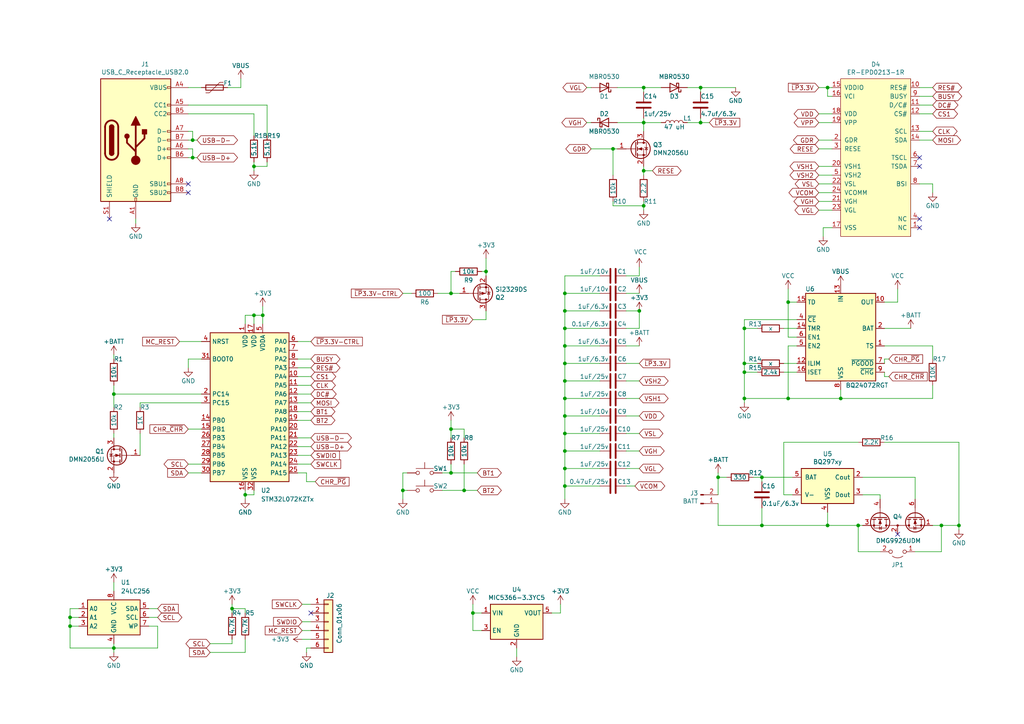
<source format=kicad_sch>
(kicad_sch (version 20211123) (generator eeschema)
  (paper "A4")
  (title_block (title "E-Paper Name Tag") (date "2022-04-17") (rev "C") (comment 1 "Jamal B. and Jake I."))
  (junction (at 130.81 137.16) (diameter 0.9144))
  (junction (at 273.05 152.4))
  (junction (at 163.83 130.81) (diameter 0.9144))
  (junction (at 248.92 152.4))
  (junction (at 203.2 35.56) (diameter 0.9144))
  (junction (at 220.98 152.4) (diameter 0.9144))
  (junction (at 203.2 25.4) (diameter 0.9144))
  (junction (at 220.98 138.43) (diameter 0.9144))
  (junction (at 163.83 115.57) (diameter 0.9144))
  (junction (at 137.16 177.8) (diameter 0.9144))
  (junction (at 240.03 25.4) (diameter 0.9144))
  (junction (at 130.81 85.09) (diameter 0.9144))
  (junction (at 33.02 114.3) (diameter 0.9144))
  (junction (at 185.42 90.17) (diameter 0.9144))
  (junction (at 163.83 95.25) (diameter 0.9144))
  (junction (at 20.32 181.61))
  (junction (at 163.83 110.49) (diameter 0.9144))
  (junction (at 186.69 25.4) (diameter 0.9144))
  (junction (at 163.83 85.09) (diameter 0.9144))
  (junction (at 163.83 90.17) (diameter 0.9144))
  (junction (at 215.9 107.95) (diameter 0.9144))
  (junction (at 116.84 142.24) (diameter 0.9144))
  (junction (at 228.6 87.63))
  (junction (at 55.88 45.72) (diameter 0.9144))
  (junction (at 240.03 152.4) (diameter 0.9144))
  (junction (at 130.81 124.46) (diameter 0.9144))
  (junction (at 163.83 140.97) (diameter 0.9144))
  (junction (at 208.28 138.43) (diameter 0.9144))
  (junction (at 55.88 40.64) (diameter 0.9144))
  (junction (at 20.32 179.07))
  (junction (at 163.83 120.65) (diameter 0.9144))
  (junction (at 186.69 59.69) (diameter 0.9144))
  (junction (at 163.83 125.73) (diameter 0.9144))
  (junction (at 67.31 176.53) (diameter 0.9144))
  (junction (at 177.8 43.18) (diameter 0.9144))
  (junction (at 163.83 105.41) (diameter 0.9144))
  (junction (at 73.66 91.44) (diameter 0.9144))
  (junction (at 76.2 91.44) (diameter 0.9144))
  (junction (at 228.6 115.57))
  (junction (at 134.62 142.24) (diameter 0.9144))
  (junction (at 163.83 135.89) (diameter 0.9144))
  (junction (at 186.69 35.56) (diameter 0.9144))
  (junction (at 215.9 95.25) (diameter 0.9144))
  (junction (at 215.9 105.41) (diameter 0.9144))
  (junction (at 163.83 100.33) (diameter 0.9144))
  (junction (at 215.9 115.57) (diameter 0.9144))
  (junction (at 140.97 78.74) (diameter 0.9144))
  (junction (at 71.12 143.51) (diameter 0.9144))
  (junction (at 243.84 115.57) (diameter 0.9144))
  (junction (at 73.66 48.26) (diameter 0.9144))
  (junction (at 33.02 187.96))
  (junction (at 278.13 152.4) (diameter 0.9144))
  (junction (at 186.69 49.53) (diameter 0.9144))
  (no_connect (at 266.7 63.5))
  (no_connect (at 90.17 177.8))
  (no_connect (at 31.75 63.5))
  (no_connect (at 260.35 154.94))
  (no_connect (at 266.7 66.04))
  (no_connect (at 54.61 55.88))
  (no_connect (at 266.7 45.72))
  (no_connect (at 54.61 53.34))
  (no_connect (at 266.7 48.26))
  (wire (pts (xy 20.32 176.53) (xy 22.86 176.53)))
  (wire (pts (xy 20.32 179.07) (xy 22.86 179.07)))
  (wire (pts (xy 248.92 152.4) (xy 250.19 152.4)))
  (wire (pts (xy 86.36 121.92) (xy 90.17 121.92)))
  (wire (pts (xy 86.36 134.62) (xy 90.17 134.62)))
  (wire (pts (xy 86.36 137.16) (xy 88.9 137.16)))
  (wire (pts (xy 55.88 38.1) (xy 55.88 40.64)))
  (wire (pts (xy 54.61 33.02) (xy 73.66 33.02)))
  (wire (pts (xy 270.51 104.14) (xy 270.51 100.33)))
  (wire (pts (xy 57.15 40.64) (xy 55.88 40.64)))
  (wire (pts (xy 266.7 40.64) (xy 270.51 40.64)))
  (wire (pts (xy 163.83 80.01) (xy 163.83 85.09)))
  (wire (pts (xy 45.72 181.61) (xy 45.72 187.96)))
  (wire (pts (xy 179.07 43.18) (xy 177.8 43.18)))
  (wire (pts (xy 128.27 142.24) (xy 134.62 142.24)))
  (wire (pts (xy 185.42 85.09) (xy 181.61 85.09)))
  (wire (pts (xy 186.69 49.53) (xy 189.23 49.53)))
  (wire (pts (xy 173.99 90.17) (xy 163.83 90.17)))
  (wire (pts (xy 181.61 80.01) (xy 185.42 80.01)))
  (wire (pts (xy 86.36 114.3) (xy 90.17 114.3)))
  (wire (pts (xy 71.12 91.44) (xy 73.66 91.44)))
  (wire (pts (xy 43.18 181.61) (xy 45.72 181.61)))
  (wire (pts (xy 140.97 78.74) (xy 139.7 78.74)))
  (wire (pts (xy 220.98 138.43) (xy 229.87 138.43)))
  (wire (pts (xy 173.99 80.01) (xy 163.83 80.01)))
  (wire (pts (xy 215.9 116.84) (xy 215.9 115.57)))
  (wire (pts (xy 270.51 25.4) (xy 266.7 25.4)))
  (wire (pts (xy 241.3 33.02) (xy 237.49 33.02)))
  (wire (pts (xy 270.51 115.57) (xy 243.84 115.57)))
  (wire (pts (xy 90.17 99.06) (xy 86.36 99.06)))
  (wire (pts (xy 208.28 146.05) (xy 208.28 152.4)))
  (wire (pts (xy 237.49 25.4) (xy 240.03 25.4)))
  (wire (pts (xy 43.18 179.07) (xy 45.72 179.07)))
  (wire (pts (xy 248.92 160.02) (xy 248.92 152.4)))
  (wire (pts (xy 163.83 125.73) (xy 163.83 130.81)))
  (wire (pts (xy 270.51 30.48) (xy 266.7 30.48)))
  (wire (pts (xy 173.99 105.41) (xy 163.83 105.41)))
  (wire (pts (xy 33.02 104.14) (xy 33.02 102.87)))
  (wire (pts (xy 163.83 90.17) (xy 163.83 95.25)))
  (wire (pts (xy 86.36 104.14) (xy 90.17 104.14)))
  (wire (pts (xy 186.69 25.4) (xy 186.69 26.67)))
  (wire (pts (xy 179.07 35.56) (xy 186.69 35.56)))
  (wire (pts (xy 33.02 114.3) (xy 33.02 111.76)))
  (wire (pts (xy 149.86 187.96) (xy 149.86 190.5)))
  (wire (pts (xy 137.16 175.26) (xy 137.16 177.8)))
  (wire (pts (xy 215.9 107.95) (xy 215.9 105.41)))
  (wire (pts (xy 173.99 115.57) (xy 163.83 115.57)))
  (wire (pts (xy 20.32 179.07) (xy 20.32 176.53)))
  (wire (pts (xy 270.51 111.76) (xy 270.51 115.57)))
  (wire (pts (xy 173.99 85.09) (xy 163.83 85.09)))
  (wire (pts (xy 278.13 153.67) (xy 278.13 152.4)))
  (wire (pts (xy 219.71 95.25) (xy 215.9 95.25)))
  (wire (pts (xy 255.27 160.02) (xy 248.92 160.02)))
  (wire (pts (xy 163.83 105.41) (xy 163.83 110.49)))
  (wire (pts (xy 163.83 100.33) (xy 163.83 105.41)))
  (wire (pts (xy 140.97 92.71) (xy 140.97 90.17)))
  (wire (pts (xy 130.81 78.74) (xy 130.81 85.09)))
  (wire (pts (xy 87.63 175.26) (xy 90.17 175.26)))
  (wire (pts (xy 130.81 134.62) (xy 130.81 137.16)))
  (wire (pts (xy 270.51 38.1) (xy 266.7 38.1)))
  (wire (pts (xy 270.51 53.34) (xy 266.7 53.34)))
  (wire (pts (xy 266.7 27.94) (xy 270.51 27.94)))
  (wire (pts (xy 88.9 139.7) (xy 91.44 139.7)))
  (wire (pts (xy 163.83 85.09) (xy 163.83 90.17)))
  (wire (pts (xy 58.42 137.16) (xy 54.61 137.16)))
  (wire (pts (xy 73.66 91.44) (xy 76.2 91.44)))
  (wire (pts (xy 264.16 95.25) (xy 256.54 95.25)))
  (wire (pts (xy 73.66 46.99) (xy 73.66 48.26)))
  (wire (pts (xy 73.66 48.26) (xy 73.66 49.53)))
  (wire (pts (xy 240.03 152.4) (xy 248.92 152.4)))
  (wire (pts (xy 90.17 119.38) (xy 86.36 119.38)))
  (wire (pts (xy 73.66 48.26) (xy 77.47 48.26)))
  (wire (pts (xy 77.47 48.26) (xy 77.47 46.99)))
  (wire (pts (xy 248.92 128.27) (xy 227.33 128.27)))
  (wire (pts (xy 130.81 85.09) (xy 133.35 85.09)))
  (wire (pts (xy 215.9 92.71) (xy 231.14 92.71)))
  (wire (pts (xy 118.11 142.24) (xy 116.84 142.24)))
  (wire (pts (xy 240.03 148.59) (xy 240.03 152.4)))
  (wire (pts (xy 219.71 107.95) (xy 215.9 107.95)))
  (wire (pts (xy 77.47 30.48) (xy 77.47 39.37)))
  (wire (pts (xy 179.07 25.4) (xy 186.69 25.4)))
  (wire (pts (xy 241.3 40.64) (xy 237.49 40.64)))
  (wire (pts (xy 227.33 128.27) (xy 227.33 143.51)))
  (wire (pts (xy 71.12 185.42) (xy 71.12 189.23)))
  (wire (pts (xy 260.35 83.82) (xy 260.35 87.63)))
  (wire (pts (xy 163.83 110.49) (xy 163.83 115.57)))
  (wire (pts (xy 40.64 125.73) (xy 40.64 132.08)))
  (wire (pts (xy 134.62 134.62) (xy 134.62 142.24)))
  (wire (pts (xy 66.04 25.4) (xy 69.85 25.4)))
  (wire (pts (xy 55.88 40.64) (xy 54.61 40.64)))
  (wire (pts (xy 265.43 138.43) (xy 250.19 138.43)))
  (wire (pts (xy 199.39 25.4) (xy 203.2 25.4)))
  (wire (pts (xy 87.63 185.42) (xy 90.17 185.42)))
  (wire (pts (xy 33.02 168.91) (xy 33.02 171.45)))
  (wire (pts (xy 73.66 93.98) (xy 73.66 91.44)))
  (wire (pts (xy 257.81 104.14) (xy 256.54 104.14)))
  (wire (pts (xy 227.33 105.41) (xy 231.14 105.41)))
  (wire (pts (xy 116.84 85.09) (xy 119.38 85.09)))
  (wire (pts (xy 220.98 139.7) (xy 220.98 138.43)))
  (wire (pts (xy 173.99 135.89) (xy 163.83 135.89)))
  (wire (pts (xy 137.16 182.88) (xy 137.16 177.8)))
  (wire (pts (xy 71.12 177.8) (xy 71.12 176.53)))
  (wire (pts (xy 20.32 187.96) (xy 20.32 181.61)))
  (wire (pts (xy 228.6 83.82) (xy 228.6 87.63)))
  (wire (pts (xy 55.88 43.18) (xy 55.88 45.72)))
  (wire (pts (xy 203.2 25.4) (xy 213.36 25.4)))
  (wire (pts (xy 90.17 132.08) (xy 86.36 132.08)))
  (wire (pts (xy 67.31 175.26) (xy 67.31 176.53)))
  (wire (pts (xy 173.99 120.65) (xy 163.83 120.65)))
  (wire (pts (xy 130.81 121.92) (xy 130.81 124.46)))
  (wire (pts (xy 177.8 59.69) (xy 177.8 58.42)))
  (wire (pts (xy 40.64 116.84) (xy 58.42 116.84)))
  (wire (pts (xy 45.72 187.96) (xy 33.02 187.96)))
  (wire (pts (xy 88.9 137.16) (xy 88.9 139.7)))
  (wire (pts (xy 228.6 100.33) (xy 231.14 100.33)))
  (wire (pts (xy 228.6 100.33) (xy 228.6 115.57)))
  (wire (pts (xy 241.3 58.42) (xy 237.49 58.42)))
  (wire (pts (xy 163.83 140.97) (xy 173.99 140.97)))
  (wire (pts (xy 71.12 144.78) (xy 71.12 143.51)))
  (wire (pts (xy 140.97 78.74) (xy 140.97 80.01)))
  (wire (pts (xy 163.83 144.78) (xy 163.83 140.97)))
  (wire (pts (xy 255.27 143.51) (xy 250.19 143.51)))
  (wire (pts (xy 278.13 152.4) (xy 278.13 128.27)))
  (wire (pts (xy 278.13 128.27) (xy 256.54 128.27)))
  (wire (pts (xy 116.84 142.24) (xy 116.84 137.16)))
  (wire (pts (xy 185.42 80.01) (xy 185.42 77.47)))
  (wire (pts (xy 241.3 66.04) (xy 238.76 66.04)))
  (wire (pts (xy 58.42 25.4) (xy 54.61 25.4)))
  (wire (pts (xy 39.37 63.5) (xy 39.37 64.77)))
  (wire (pts (xy 88.9 189.23) (xy 88.9 187.96)))
  (wire (pts (xy 163.83 115.57) (xy 163.83 120.65)))
  (wire (pts (xy 130.81 124.46) (xy 130.81 127)))
  (wire (pts (xy 265.43 160.02) (xy 273.05 160.02)))
  (wire (pts (xy 256.54 104.14) (xy 256.54 105.41)))
  (wire (pts (xy 33.02 187.96) (xy 20.32 187.96)))
  (wire (pts (xy 137.16 92.71) (xy 140.97 92.71)))
  (wire (pts (xy 241.3 53.34) (xy 237.49 53.34)))
  (wire (pts (xy 240.03 27.94) (xy 240.03 25.4)))
  (wire (pts (xy 69.85 22.86) (xy 69.85 25.4)))
  (wire (pts (xy 237.49 60.96) (xy 241.3 60.96)))
  (wire (pts (xy 186.69 59.69) (xy 186.69 60.96)))
  (wire (pts (xy 260.35 87.63) (xy 256.54 87.63)))
  (wire (pts (xy 86.36 111.76) (xy 90.17 111.76)))
  (wire (pts (xy 76.2 91.44) (xy 76.2 93.98)))
  (wire (pts (xy 90.17 127) (xy 86.36 127)))
  (wire (pts (xy 86.36 106.68) (xy 90.17 106.68)))
  (wire (pts (xy 40.64 118.11) (xy 40.64 116.84)))
  (wire (pts (xy 186.69 48.26) (xy 186.69 49.53)))
  (wire (pts (xy 186.69 35.56) (xy 186.69 38.1)))
  (wire (pts (xy 71.12 143.51) (xy 71.12 142.24)))
  (wire (pts (xy 138.43 142.24) (xy 134.62 142.24)))
  (wire (pts (xy 228.6 87.63) (xy 231.14 87.63)))
  (wire (pts (xy 173.99 130.81) (xy 163.83 130.81)))
  (wire (pts (xy 128.27 137.16) (xy 130.81 137.16)))
  (wire (pts (xy 237.49 55.88) (xy 241.3 55.88)))
  (wire (pts (xy 185.42 90.17) (xy 185.42 95.25)))
  (wire (pts (xy 256.54 107.95) (xy 256.54 109.22)))
  (wire (pts (xy 228.6 115.57) (xy 243.84 115.57)))
  (wire (pts (xy 215.9 115.57) (xy 215.9 107.95)))
  (wire (pts (xy 185.42 115.57) (xy 181.61 115.57)))
  (wire (pts (xy 186.69 35.56) (xy 186.69 34.29)))
  (wire (pts (xy 20.32 181.61) (xy 20.32 179.07)))
  (wire (pts (xy 228.6 87.63) (xy 228.6 97.79)))
  (wire (pts (xy 55.88 45.72) (xy 57.15 45.72)))
  (wire (pts (xy 270.51 152.4) (xy 273.05 152.4)))
  (wire (pts (xy 73.66 39.37) (xy 73.66 33.02)))
  (wire (pts (xy 134.62 124.46) (xy 134.62 127)))
  (wire (pts (xy 237.49 35.56) (xy 241.3 35.56)))
  (wire (pts (xy 33.02 118.11) (xy 33.02 114.3)))
  (wire (pts (xy 240.03 27.94) (xy 241.3 27.94)))
  (wire (pts (xy 185.42 120.65) (xy 181.61 120.65)))
  (wire (pts (xy 185.42 105.41) (xy 181.61 105.41)))
  (wire (pts (xy 67.31 176.53) (xy 67.31 177.8)))
  (wire (pts (xy 71.12 176.53) (xy 67.31 176.53)))
  (wire (pts (xy 237.49 43.18) (xy 241.3 43.18)))
  (wire (pts (xy 67.31 186.69) (xy 67.31 185.42)))
  (wire (pts (xy 54.61 30.48) (xy 77.47 30.48)))
  (wire (pts (xy 227.33 143.51) (xy 229.87 143.51)))
  (wire (pts (xy 54.61 43.18) (xy 55.88 43.18)))
  (wire (pts (xy 54.61 134.62) (xy 58.42 134.62)))
  (wire (pts (xy 76.2 88.9) (xy 76.2 91.44)))
  (wire (pts (xy 231.14 97.79) (xy 228.6 97.79)))
  (wire (pts (xy 273.05 152.4) (xy 278.13 152.4)))
  (wire (pts (xy 140.97 74.93) (xy 140.97 78.74)))
  (wire (pts (xy 215.9 95.25) (xy 215.9 92.71)))
  (wire (pts (xy 256.54 109.22) (xy 257.81 109.22)))
  (wire (pts (xy 163.83 120.65) (xy 163.83 125.73)))
  (wire (pts (xy 86.36 116.84) (xy 90.17 116.84)))
  (wire (pts (xy 171.45 43.18) (xy 177.8 43.18)))
  (wire (pts (xy 203.2 35.56) (xy 205.74 35.56)))
  (wire (pts (xy 173.99 100.33) (xy 163.83 100.33)))
  (wire (pts (xy 170.18 25.4) (xy 171.45 25.4)))
  (wire (pts (xy 127 85.09) (xy 130.81 85.09)))
  (wire (pts (xy 208.28 138.43) (xy 208.28 143.51)))
  (wire (pts (xy 138.43 137.16) (xy 130.81 137.16)))
  (wire (pts (xy 186.69 25.4) (xy 191.77 25.4)))
  (wire (pts (xy 215.9 115.57) (xy 228.6 115.57)))
  (wire (pts (xy 137.16 177.8) (xy 139.7 177.8)))
  (wire (pts (xy 86.36 109.22) (xy 90.17 109.22)))
  (wire (pts (xy 185.42 125.73) (xy 181.61 125.73)))
  (wire (pts (xy 227.33 95.25) (xy 231.14 95.25)))
  (wire (pts (xy 58.42 114.3) (xy 33.02 114.3)))
  (wire (pts (xy 73.66 142.24) (xy 73.66 143.51)))
  (wire (pts (xy 238.76 68.58) (xy 238.76 66.04)))
  (wire (pts (xy 173.99 95.25) (xy 163.83 95.25)))
  (wire (pts (xy 20.32 181.61) (xy 22.86 181.61)))
  (wire (pts (xy 33.02 189.23) (xy 33.02 187.96)))
  (wire (pts (xy 265.43 138.43) (xy 265.43 144.78)))
  (wire (pts (xy 54.61 104.14) (xy 54.61 106.68)))
  (wire (pts (xy 162.56 175.26) (xy 162.56 177.8)))
  (wire (pts (xy 163.83 130.81) (xy 163.83 135.89)))
  (wire (pts (xy 60.96 189.23) (xy 71.12 189.23)))
  (wire (pts (xy 87.63 182.88) (xy 90.17 182.88)))
  (wire (pts (xy 240.03 152.4) (xy 220.98 152.4)))
  (wire (pts (xy 219.71 105.41) (xy 215.9 105.41)))
  (wire (pts (xy 33.02 187.96) (xy 33.02 186.69)))
  (wire (pts (xy 171.45 35.56) (xy 170.18 35.56)))
  (wire (pts (xy 273.05 160.02) (xy 273.05 152.4)))
  (wire (pts (xy 163.83 95.25) (xy 163.83 100.33)))
  (wire (pts (xy 163.83 135.89) (xy 163.83 140.97)))
  (wire (pts (xy 181.61 140.97) (xy 184.15 140.97)))
  (wire (pts (xy 173.99 110.49) (xy 163.83 110.49)))
  (wire (pts (xy 208.28 137.16) (xy 208.28 138.43)))
  (wire (pts (xy 186.69 49.53) (xy 186.69 50.8)))
  (wire (pts (xy 185.42 135.89) (xy 181.61 135.89)))
  (wire (pts (xy 52.07 99.06) (xy 58.42 99.06)))
  (wire (pts (xy 237.49 50.8) (xy 241.3 50.8)))
  (wire (pts (xy 139.7 182.88) (xy 137.16 182.88)))
  (wire (pts (xy 132.08 78.74) (xy 130.81 78.74)))
  (wire (pts (xy 185.42 95.25) (xy 181.61 95.25)))
  (wire (pts (xy 60.96 186.69) (xy 67.31 186.69)))
  (wire (pts (xy 118.11 137.16) (xy 116.84 137.16)))
  (wire (pts (xy 266.7 33.02) (xy 270.51 33.02)))
  (wire (pts (xy 186.69 59.69) (xy 177.8 59.69)))
  (wire (pts (xy 58.42 104.14) (xy 54.61 104.14)))
  (wire (pts (xy 270.51 53.34) (xy 270.51 55.88)))
  (wire (pts (xy 210.82 138.43) (xy 208.28 138.43)))
  (wire (pts (xy 270.51 100.33) (xy 256.54 100.33)))
  (wire (pts (xy 203.2 34.29) (xy 203.2 35.56)))
  (wire (pts (xy 73.66 143.51) (xy 71.12 143.51)))
  (wire (pts (xy 54.61 38.1) (xy 55.88 38.1)))
  (wire (pts (xy 203.2 25.4) (xy 203.2 26.67)))
  (wire (pts (xy 186.69 58.42) (xy 186.69 59.69)))
  (wire (pts (xy 203.2 35.56) (xy 199.39 35.56)))
  (wire (pts (xy 231.14 107.95) (xy 227.33 107.95)))
  (wire (pts (xy 181.61 100.33) (xy 185.42 100.33)))
  (wire (pts (xy 240.03 25.4) (xy 241.3 25.4)))
  (wire (pts (xy 243.84 115.57) (xy 243.84 113.03)))
  (wire (pts (xy 54.61 124.46) (xy 58.42 124.46)))
  (wire (pts (xy 162.56 177.8) (xy 160.02 177.8)))
  (wire (pts (xy 191.77 35.56) (xy 186.69 35.56)))
  (wire (pts (xy 71.12 93.98) (xy 71.12 91.44)))
  (wire (pts (xy 90.17 129.54) (xy 86.36 129.54)))
  (wire (pts (xy 220.98 152.4) (xy 208.28 152.4)))
  (wire (pts (xy 33.02 125.73) (xy 33.02 127)))
  (wire (pts (xy 45.72 176.53) (xy 43.18 176.53)))
  (wire (pts (xy 173.99 125.73) (xy 163.83 125.73)))
  (wire (pts (xy 215.9 105.41) (xy 215.9 95.25)))
  (wire (pts (xy 88.9 187.96) (xy 90.17 187.96)))
  (wire (pts (xy 185.42 110.49) (xy 181.61 110.49)))
  (wire (pts (xy 177.8 43.18) (xy 177.8 50.8)))
  (wire (pts (xy 255.27 144.78) (xy 255.27 143.51)))
  (wire (pts (xy 218.44 138.43) (xy 220.98 138.43)))
  (wire (pts (xy 87.63 180.34) (xy 90.17 180.34)))
  (wire (pts (xy 220.98 147.32) (xy 220.98 152.4)))
  (wire (pts (xy 130.81 124.46) (xy 134.62 124.46)))
  (wire (pts (xy 241.3 48.26) (xy 237.49 48.26)))
  (wire (pts (xy 181.61 90.17) (xy 185.42 90.17)))
  (wire (pts (xy 185.42 130.81) (xy 181.61 130.81)))
  (wire (pts (xy 54.61 45.72) (xy 55.88 45.72)))
  (wire (pts (xy 116.84 144.78) (xy 116.84 142.24)))
  (global_label "DC#" (shape bidirectional) (at 90.17 114.3 0) (property "Intersheet References" "${INTERSHEET_REFS}" (effects hide)))
  (global_label "BUSY" (shape bidirectional) (at 270.51 27.94 0) (property "Intersheet References" "${INTERSHEET_REFS}" (effects hide)))
  (global_label "SWDIO" (shape input) (at 87.63 180.34 180) (property "Intersheet References" "${INTERSHEET_REFS}" (effects hide)))
  (global_label "VCOM" (shape bidirectional) (at 184.15 140.97 0) (property "Intersheet References" "${INTERSHEET_REFS}" (effects hide)))
  (global_label "VSH2" (shape bidirectional) (at 237.49 50.8 180) (property "Intersheet References" "${INTERSHEET_REFS}" (effects hide)))
  (global_label "VGL" (shape bidirectional) (at 237.49 60.96 180) (property "Intersheet References" "${INTERSHEET_REFS}" (effects hide)))
  (global_label "GDR" (shape bidirectional) (at 171.45 43.18 180) (property "Intersheet References" "${INTERSHEET_REFS}" (effects hide)))
  (global_label "RESE" (shape bidirectional) (at 189.23 49.53 0) (property "Intersheet References" "${INTERSHEET_REFS}" (effects hide)))
  (global_label "RES#" (shape bidirectional) (at 90.17 106.68 0) (property "Intersheet References" "${INTERSHEET_REFS}" (effects hide)))
  (global_label "VDD" (shape bidirectional) (at 237.49 33.02 180) (property "Intersheet References" "${INTERSHEET_REFS}" (effects hide)))
  (global_label "VGH" (shape bidirectional) (at 170.18 35.56 180) (property "Intersheet References" "${INTERSHEET_REFS}" (effects hide)))
  (global_label "VCOM" (shape bidirectional) (at 237.49 55.88 180) (property "Intersheet References" "${INTERSHEET_REFS}" (effects hide)))
  (global_label "SWDIO" (shape input) (at 90.17 132.08 0) (property "Intersheet References" "${INTERSHEET_REFS}" (effects hide)))
  (global_label "MC_REST" (shape input) (at 52.07 99.06 180) (property "Intersheet References" "${INTERSHEET_REFS}" (effects hide)))
  (global_label "BT1" (shape bidirectional) (at 90.17 119.38 0) (property "Intersheet References" "${INTERSHEET_REFS}" (effects hide)))
  (global_label "CHR_~{PG}" (shape input) (at 91.44 139.7 0) (property "Intersheet References" "${INTERSHEET_REFS}" (effects hide)))
  (global_label "CHR_~{CHR}" (shape input) (at 257.81 109.22 0) (property "Intersheet References" "${INTERSHEET_REFS}" (effects hide)))
  (global_label "SCL" (shape bidirectional) (at 60.96 186.69 180) (property "Intersheet References" "${INTERSHEET_REFS}" (effects hide)))
  (global_label "MOSI" (shape bidirectional) (at 270.51 40.64 0) (property "Intersheet References" "${INTERSHEET_REFS}" (effects hide)))
  (global_label "RES#" (shape bidirectional) (at 270.51 25.4 0) (property "Intersheet References" "${INTERSHEET_REFS}" (effects hide)))
  (global_label "SWCLK" (shape input) (at 87.63 175.26 180) (property "Intersheet References" "${INTERSHEET_REFS}" (effects hide)))
  (global_label "CLK" (shape bidirectional) (at 90.17 111.76 0) (property "Intersheet References" "${INTERSHEET_REFS}" (effects hide)))
  (global_label "VSH1" (shape bidirectional) (at 237.49 48.26 180) (property "Intersheet References" "${INTERSHEET_REFS}" (effects hide)))
  (global_label "BT1" (shape bidirectional) (at 138.43 137.16 0) (property "Intersheet References" "${INTERSHEET_REFS}" (effects hide)))
  (global_label "USB-D-" (shape bidirectional) (at 57.15 40.64 0) (property "Intersheet References" "${INTERSHEET_REFS}" (effects hide)))
  (global_label "~{LP}3.3V" (shape input) (at 137.16 92.71 180) (property "Intersheet References" "${INTERSHEET_REFS}" (effects hide)))
  (global_label "VDD" (shape bidirectional) (at 185.42 120.65 0) (property "Intersheet References" "${INTERSHEET_REFS}" (effects hide)))
  (global_label "VPP" (shape bidirectional) (at 237.49 35.56 180) (property "Intersheet References" "${INTERSHEET_REFS}" (effects hide)))
  (global_label "VSH2" (shape bidirectional) (at 185.42 110.49 0) (property "Intersheet References" "${INTERSHEET_REFS}" (effects hide)))
  (global_label "VSH1" (shape bidirectional) (at 185.42 115.57 0) (property "Intersheet References" "${INTERSHEET_REFS}" (effects hide)))
  (global_label "VGH" (shape bidirectional) (at 185.42 130.81 0) (property "Intersheet References" "${INTERSHEET_REFS}" (effects hide)))
  (global_label "GDR" (shape bidirectional) (at 237.49 40.64 180) (property "Intersheet References" "${INTERSHEET_REFS}" (effects hide)))
  (global_label "VGL" (shape bidirectional) (at 185.42 135.89 0) (property "Intersheet References" "${INTERSHEET_REFS}" (effects hide)))
  (global_label "RESE" (shape bidirectional) (at 237.49 43.18 180) (property "Intersheet References" "${INTERSHEET_REFS}" (effects hide)))
  (global_label "USB-D-" (shape bidirectional) (at 90.17 127 0) (property "Intersheet References" "${INTERSHEET_REFS}" (effects hide)))
  (global_label "USB-D+" (shape bidirectional) (at 57.15 45.72 0) (property "Intersheet References" "${INTERSHEET_REFS}" (effects hide)))
  (global_label "VGH" (shape bidirectional) (at 237.49 58.42 180) (property "Intersheet References" "${INTERSHEET_REFS}" (effects hide)))
  (global_label "~{LP}3.3V" (shape input) (at 185.42 105.41 0) (property "Intersheet References" "${INTERSHEET_REFS}" (effects hide)))
  (global_label "BUSY" (shape bidirectional) (at 90.17 104.14 0) (property "Intersheet References" "${INTERSHEET_REFS}" (effects hide)))
  (global_label "SCL" (shape bidirectional) (at 54.61 134.62 180) (property "Intersheet References" "${INTERSHEET_REFS}" (effects hide)))
  (global_label "CHR_~{CHR}" (shape input) (at 54.61 124.46 180) (property "Intersheet References" "${INTERSHEET_REFS}" (effects hide)))
  (global_label "USB-D+" (shape bidirectional) (at 90.17 129.54 0) (property "Intersheet References" "${INTERSHEET_REFS}" (effects hide)))
  (global_label "CLK" (shape bidirectional) (at 270.51 38.1 0) (property "Intersheet References" "${INTERSHEET_REFS}" (effects hide)))
  (global_label "~{LP}3.3V" (shape input) (at 237.49 25.4 180) (property "Intersheet References" "${INTERSHEET_REFS}" (effects hide)))
  (global_label "CS1" (shape bidirectional) (at 90.17 109.22 0) (property "Intersheet References" "${INTERSHEET_REFS}" (effects hide)))
  (global_label "~{LP}3.3V" (shape input) (at 205.74 35.56 0) (property "Intersheet References" "${INTERSHEET_REFS}" (effects hide)))
  (global_label "~{LP}3.3V-CTRL" (shape input) (at 90.17 99.06 0) (property "Intersheet References" "${INTERSHEET_REFS}" (effects hide)))
  (global_label "SDA" (shape input) (at 60.96 189.23 180) (property "Intersheet References" "${INTERSHEET_REFS}" (effects hide)))
  (global_label "DC#" (shape bidirectional) (at 270.51 30.48 0) (property "Intersheet References" "${INTERSHEET_REFS}" (effects hide)))
  (global_label "~{LP}3.3V-CTRL" (shape input) (at 116.84 85.09 180) (property "Intersheet References" "${INTERSHEET_REFS}" (effects hide)))
  (global_label "MOSI" (shape bidirectional) (at 90.17 116.84 0) (property "Intersheet References" "${INTERSHEET_REFS}" (effects hide)))
  (global_label "CS1" (shape bidirectional) (at 270.51 33.02 0) (property "Intersheet References" "${INTERSHEET_REFS}" (effects hide)))
  (global_label "CHR_~{PG}" (shape input) (at 257.81 104.14 0) (property "Intersheet References" "${INTERSHEET_REFS}" (effects hide)))
  (global_label "VSL" (shape bidirectional) (at 185.42 125.73 0) (property "Intersheet References" "${INTERSHEET_REFS}" (effects hide)))
  (global_label "VSL" (shape bidirectional) (at 237.49 53.34 180) (property "Intersheet References" "${INTERSHEET_REFS}" (effects hide)))
  (global_label "SDA" (shape input) (at 54.61 137.16 180) (property "Intersheet References" "${INTERSHEET_REFS}" (effects hide)))
  (global_label "BT2" (shape bidirectional) (at 138.43 142.24 0) (property "Intersheet References" "${INTERSHEET_REFS}" (effects hide)))
  (global_label "MC_REST" (shape input) (at 87.63 182.88 180) (property "Intersheet References" "${INTERSHEET_REFS}" (effects hide)))
  (global_label "BT2" (shape bidirectional) (at 90.17 121.92 0) (property "Intersheet References" "${INTERSHEET_REFS}" (effects hide)))
  (global_label "SCL" (shape bidirectional) (at 45.72 179.07 0) (property "Intersheet References" "${INTERSHEET_REFS}" (effects hide)))
  (global_label "SWCLK" (shape input) (at 90.17 134.62 0) (property "Intersheet References" "${INTERSHEET_REFS}" (effects hide)))
  (global_label "SDA" (shape input) (at 45.72 176.53 0) (property "Intersheet References" "${INTERSHEET_REFS}" (effects hide)))
  (global_label "VGL" (shape bidirectional) (at 170.18 25.4 180) (property "Intersheet References" "${INTERSHEET_REFS}" (effects hide)))
  (symbol (lib_id "PCB-Test-rescue:C-Device-PCB-Test-rescue") (at 186.69 30.48 0) (unit 1)
    (property "Reference" "C14" (at 186.69 27.94 0) (effects (justify left)))
    (property "Value" "1uf/25v" (at 186.69 33.02 0) (effects (justify left)))
    (property "Footprint" "Capacitor_SMD:C_0805_2012Metric_Pad1.18x1.45mm_HandSolder" (effects hide))
  )
  (symbol (lib_id "PCB-Test-rescue:C-Device-PCB-Test-rescue") (at 203.2 30.48 0) (unit 1)
    (property "Reference" "C15" (at 203.2 27.94 0) (effects (justify left)))
    (property "Value" "4.7uf/6.3v" (at 203.2 33.02 0) (effects (justify left)))
    (property "Footprint" "Capacitor_SMD:C_0805_2012Metric_Pad1.18x1.45mm_HandSolder" (effects hide))
  )
  (symbol (lib_id "PCB-Test-rescue:L-Device-PCB-Test-rescue") (at 195.58 35.56 90) (unit 1)
    (property "Reference" "L1" (at 199.39 34.29 90))
    (property "Value" "47 uH" (at 195.58 36.83 90))
    (property "Footprint" "Inductor_SMD:L_Taiyo-Yuden_NR-60xx_HandSoldering" (effects hide))
  )
  (symbol (lib_id "PCB-Test-rescue:R-Device-PCB-Test-rescue") (at 177.8 54.61 180) (unit 1)
    (property "Reference" "R10" (at 177.8 58.42 0) (effects (justify right)))
    (property "Value" "10k" (at 177.8 54.61 90))
    (property "Footprint" "Resistor_SMD:R_0805_2012Metric_Pad1.20x1.40mm_HandSolder" (effects hide))
  )
  (symbol (lib_id "PCB-Test-rescue:D_Schottky-Device-PCB-Test-rescue") (at 175.26 35.56 0) (unit 1)
    (property "Reference" "D2" (at 175.26 33.02 0))
    (property "Value" "MBR0530" (at 175.26 38.1 0))
    (property "Footprint" "Diode_SMD:D_SOD-123" (effects hide))
  )
  (symbol (lib_id "PCB-Test-rescue:D_Schottky-Device-PCB-Test-rescue") (at 175.26 25.4 180) (unit 1)
    (property "Reference" "D1" (at 175.26 27.94 0))
    (property "Value" "MBR0530" (at 175.26 22.225 0))
    (property "Footprint" "Diode_SMD:D_SOD-123" (effects hide))
  )
  (symbol (lib_id "PCB-Test-rescue:D_Schottky-Device-PCB-Test-rescue") (at 195.58 25.4 180) (unit 1)
    (property "Reference" "D3" (at 195.58 27.94 0))
    (property "Value" "MBR0530" (at 195.58 22.225 0))
    (property "Footprint" "Diode_SMD:D_SOD-123" (effects hide))
  )
  (symbol (lib_id "PCB-Test-rescue:R-Device-PCB-Test-rescue") (at 186.69 54.61 180) (unit 1)
    (property "Reference" "R11" (at 186.69 58.42 0) (effects (justify right)))
    (property "Value" "2.2" (at 186.69 54.61 90))
    (property "Footprint" "Resistor_SMD:R_0805_2012Metric_Pad1.20x1.40mm_HandSolder" (effects hide))
  )
  (symbol (lib_id "PCB-Test-rescue:GND-power-PCB-Test-rescue") (at 213.36 25.4 0) (unit 1)
    (property "Reference" "#PWR029" (effects hide))
    (property "Value" "GND" (at 213.36 29.21 0))
  )
  (symbol (lib_id "PCB-Test-rescue:GND-power-PCB-Test-rescue") (at 186.69 60.96 0) (unit 1)
    (property "Reference" "#PWR023" (effects hide))
    (property "Value" "GND" (at 186.69 64.77 0))
  )
  (symbol (lib_id "PCB-Test-rescue:SW_Push-Switch-PCB-Test-rescue") (at 123.19 137.16 0) (unit 1)
    (property "Reference" "SW1" (at 125.73 135.89 0) (effects (justify left)))
    (property "Value" "SW_Push" (effects hide))
    (property "Footprint" "Button_Switch_THT:SW_Tactile_SPST_Angled_PTS645Vx83-2LFS" (effects hide))
  )
  (symbol (lib_id "PCB-Test-rescue:R-Device-PCB-Test-rescue") (at 130.81 130.81 0) (unit 1)
    (property "Reference" "R7" (at 130.81 127 0) (effects (justify left)))
    (property "Value" "10k" (at 130.81 130.81 90))
    (property "Footprint" "Resistor_SMD:R_0805_2012Metric_Pad1.20x1.40mm_HandSolder" (effects hide))
  )
  (symbol (lib_id "PCB-Test-rescue:GND-power-PCB-Test-rescue") (at 163.83 144.78 0) (unit 1)
    (property "Reference" "#PWR021" (effects hide))
    (property "Value" "GND" (at 163.83 148.59 0))
  )
  (symbol (lib_id "PCB-Test-rescue:Q_PMOS_GSD-Device-PCB-Test-rescue") (at 138.43 85.09 0) (mirror x) (unit 1)
    (property "Reference" "Q2" (at 143.637 86.2584 0) (effects (justify left)))
    (property "Value" "Si2329DS" (at 143.637 83.947 0) (effects (justify left)))
    (property "Footprint" "Package_TO_SOT_SMD:SOT-23" (effects hide))
  )
  (symbol (lib_id "PCB-Test-rescue:SW_Push-Switch-PCB-Test-rescue") (at 123.19 142.24 0) (unit 1)
    (property "Reference" "SW2" (at 125.73 140.97 0) (effects (justify left)))
    (property "Value" "SW_Push" (effects hide))
    (property "Footprint" "Button_Switch_THT:SW_Tactile_SPST_Angled_PTS645Vx83-2LFS" (effects hide))
  )
  (symbol (lib_id "PCB-Test-rescue:GND-power-PCB-Test-rescue") (at 116.84 144.78 0) (unit 1)
    (property "Reference" "#PWR016" (effects hide))
    (property "Value" "GND" (at 116.84 148.59 0))
  )
  (symbol (lib_id "PCB-Test-rescue:R-Device-PCB-Test-rescue") (at 134.62 130.81 0) (unit 1)
    (property "Reference" "R8" (at 134.62 127 0) (effects (justify left)))
    (property "Value" "10k" (at 134.62 130.81 90))
    (property "Footprint" "Resistor_SMD:R_0805_2012Metric_Pad1.20x1.40mm_HandSolder" (effects hide))
  )
  (symbol (lib_id "PCB-Test-rescue:Conn_01x06-Connector_Generic-PCB-Test-rescue") (at 95.25 180.34 0) (unit 1)
    (property "Reference" "J2" (at 94.615 172.72 0) (effects (justify left)))
    (property "Value" "Conn_01x06" (at 98.425 186.69 90) (effects (justify left)))
    (property "Footprint" "Connector:Tag-Connect_TC2030-IDC-NL_2x03_P1.27mm_Vertical" (effects hide))
  )
  (symbol (lib_id "PCB-Test-rescue:GND-power-PCB-Test-rescue") (at 88.9 189.23 0) (unit 1)
    (property "Reference" "#PWR014" (effects hide))
    (property "Value" "GND" (at 88.9 193.04 0))
  )
  (symbol (lib_id "PCB-Test-rescue:R-Device-PCB-Test-rescue") (at 135.89 78.74 90) (unit 1)
    (property "Reference" "R9" (at 135.89 81.28 90))
    (property "Value" "10k" (at 135.89 78.74 90))
    (property "Footprint" "Resistor_SMD:R_0805_2012Metric_Pad1.20x1.40mm_HandSolder" (effects hide))
  )
  (symbol (lib_id "PCB-Test-rescue:R-Device-PCB-Test-rescue") (at 123.19 85.09 90) (unit 1)
    (property "Reference" "R6" (at 123.19 87.63 90))
    (property "Value" "100" (at 123.19 85.09 90))
    (property "Footprint" "Resistor_SMD:R_0805_2012Metric_Pad1.20x1.40mm_HandSolder" (effects hide))
  )
  (symbol (lib_id "PCB-Test-rescue:GND-power-PCB-Test-rescue") (at 71.12 144.78 0) (unit 1)
    (property "Reference" "#PWR09" (effects hide))
    (property "Value" "GND" (at 71.12 148.59 0))
  )
  (symbol (lib_id "PCB-Test-rescue:USB_C_Receptacle_USB2.0-Connector-PCB-Test-rescue") (at 39.37 40.64 0) (unit 1)
    (property "Reference" "J1" (at 42.0878 18.6182 0))
    (property "Value" "USB_C_Receptacle_USB2.0" (at 42.0878 20.9296 0))
    (property "Footprint" "Connector_USB:USB_C_Receptacle_GCT_USB4085" (effects hide))
    (property "Datasheet" "https://www.usb.org/sites/default/files/documents/usb_type-c.zip" (effects hide))
  )
  (symbol (lib_id "PCB-Test-rescue:+3.3V-power-PCB-Test-rescue") (at 140.97 74.93 0) (unit 1)
    (property "Reference" "#PWR018" (effects hide))
    (property "Value" "+3.3V" (at 140.97 71.12 0))
  )
  (symbol (lib_id "PCB-Test-rescue:VBUS-power-PCB-Test-rescue") (at 69.85 22.86 0) (unit 1)
    (property "Reference" "#PWR07" (effects hide))
    (property "Value" "VBUS" (at 69.85 19.05 0))
  )
  (symbol (lib_id "PCB-Test-rescue:GND-power-PCB-Test-rescue") (at 54.61 106.68 0) (unit 1)
    (property "Reference" "#PWR06" (effects hide))
    (property "Value" "GND" (at 54.61 110.49 0))
  )
  (symbol (lib_id "PCB-Test-rescue:VBUS-power-PCB-Test-rescue") (at 185.42 85.09 0) (unit 1)
    (property "Reference" "#PWR025" (effects hide))
    (property "Value" "VBUS" (at 185.42 81.28 0))
  )
  (symbol (lib_id "PCB-Test-rescue:DMN2056U-Transistor_FET-PCB-Test-rescue") (at 35.56 132.08 0) (mirror y) (unit 1)
    (property "Reference" "Q1" (at 30.353 130.9116 0) (effects (justify left)))
    (property "Value" "DMN2056U" (at 30.353 133.223 0) (effects (justify left)))
    (property "Footprint" "Package_TO_SOT_SMD:SOT-23" (effects hide))
    (property "Datasheet" "http://www.diodes.com/assets/Datasheets/DMN2056U.pdf" (effects hide))
  )
  (symbol (lib_id "PCB-Test-rescue:ER-EPD0213-1R-ProjectLibrary-PCB-Test-rescue") (at 254 45.72 0) (unit 1)
    (property "Reference" "D4" (at 254 18.669 0))
    (property "Value" "ER-EPD0213-1R" (at 254 20.9804 0))
    (property "Footprint" "Custom:TE_2-1734839-4_1x24-1MP_P0.5mm_Horizontal-EINK" (effects hide))
    (property "Datasheet" "https://www.buydisplay.com/download/manual/ER-EPD0213-1_Datasheet.pdf" (effects hide))
  )
  (symbol (lib_id "PCB-Test-rescue:DMG9926UDM-Git_Add_Transistor_Fet-PCB-Test-rescue-PCB-Test-rescue") (at 260.35 152.4 270) (unit 1)
    (property "Reference" "Q4" (at 260.35 149.86 90))
    (property "Value" "DMG9926UDM" (at 254 156.845 90) (effects (justify left)))
    (property "Footprint" "Package_TO_SOT_SMD:SOT-23-6" (effects hide))
    (property "Datasheet" "https://www.diodes.com/assets/Datasheets/ds31770.pdf" (effects hide))
  )
  (symbol (lib_id "PCB-Test-rescue:DMN2056U-Transistor_FET-PCB-Test-rescue") (at 184.15 43.18 0) (unit 1)
    (property "Reference" "Q3" (at 189.357 42.0116 0) (effects (justify left)))
    (property "Value" "DMN2056U" (at 189.357 44.323 0) (effects (justify left)))
    (property "Footprint" "Package_TO_SOT_SMD:SOT-23" (effects hide))
    (property "Datasheet" "http://www.diodes.com/assets/Datasheets/DMN2056U.pdf" (effects hide))
  )
  (symbol (lib_id "PCB-Test-rescue:R-Device-PCB-Test-rescue") (at 67.31 181.61 0) (unit 1)
    (property "Reference" "R4" (at 67.31 177.8 0) (effects (justify left)))
    (property "Value" "4.7K" (at 67.31 181.61 90))
    (property "Footprint" "Resistor_SMD:R_0805_2012Metric_Pad1.20x1.40mm_HandSolder" (effects hide))
  )
  (symbol (lib_id "PCB-Test-rescue:+3.3V-power-PCB-Test-rescue") (at 33.02 168.91 0) (unit 1)
    (property "Reference" "#PWR01" (effects hide))
    (property "Value" "+3.3V" (at 33.02 165.1 0))
  )
  (symbol (lib_id "PCB-Test-rescue:+3.3V-power-PCB-Test-rescue") (at 87.63 185.42 90) (unit 1)
    (property "Reference" "#PWR013" (effects hide))
    (property "Value" "+3.3V" (at 81.28 185.42 90))
  )
  (symbol (lib_id "PCB-Test-rescue:+3.3V-power-PCB-Test-rescue") (at 76.2 88.9 0) (unit 1)
    (property "Reference" "#PWR010" (effects hide))
    (property "Value" "+3.3V" (at 76.2 85.09 0))
  )
  (symbol (lib_id "PCB-Test-rescue:+3.3V-power-PCB-Test-rescue") (at 130.81 121.92 0) (unit 1)
    (property "Reference" "#PWR017" (effects hide))
    (property "Value" "+3.3V" (at 130.81 118.11 0))
  )
  (symbol (lib_id "PCB-Test-rescue:+3.3V-power-PCB-Test-rescue") (at 67.31 175.26 0) (unit 1)
    (property "Reference" "#PWR08" (effects hide))
    (property "Value" "+3.3V" (at 67.31 171.45 0))
  )
  (symbol (lib_id "PCB-Test-rescue:+BATT-power-PCB-Test-rescue") (at 185.42 100.33 0) (unit 1)
    (property "Reference" "#PWR027" (effects hide))
    (property "Value" "+BATT" (at 185.42 96.52 0))
  )
  (symbol (lib_id "PCB-Test-rescue:R-Device-PCB-Test-rescue") (at 223.52 107.95 270) (unit 1)
    (property "Reference" "R15" (at 220.98 106.68 90) (effects (justify right)))
    (property "Value" "2.4k" (at 223.52 107.95 90))
    (property "Footprint" "Resistor_SMD:R_0805_2012Metric_Pad1.20x1.40mm_HandSolder" (effects hide))
  )
  (symbol (lib_id "PCB-Test-rescue:R-Device-PCB-Test-rescue") (at 223.52 105.41 270) (unit 1)
    (property "Reference" "R14" (at 220.98 104.14 90) (effects (justify right)))
    (property "Value" "x" (at 223.52 105.41 90))
    (property "Footprint" "Resistor_SMD:R_0805_2012Metric_Pad1.20x1.40mm_HandSolder" (effects hide))
  )
  (symbol (lib_id "PCB-Test-rescue:BQ24072RGT-Battery_Management-PCB-Test-rescue") (at 243.84 97.79 0) (unit 1)
    (property "Reference" "U6" (at 234.95 83.82 0))
    (property "Value" "BQ24072RGT" (at 251.46 111.76 0))
    (property "Footprint" "Package_DFN_QFN:VQFN-16-1EP_3x3mm_P0.5mm_EP1.6x1.6mm" (effects hide))
    (property "Datasheet" "http://www.ti.com/lit/ds/symlink/bq24072.pdf" (effects hide))
  )
  (symbol (lib_id "PCB-Test-rescue:VCC-power-PCB-Test-rescue") (at 260.35 83.82 0) (unit 1)
    (property "Reference" "#PWR034" (effects hide))
    (property "Value" "VCC" (at 260.35 80.01 0))
  )
  (symbol (lib_id "PCB-Test-rescue:R-Device-PCB-Test-rescue") (at 270.51 107.95 0) (unit 1)
    (property "Reference" "R17" (at 270.51 104.14 0) (effects (justify left)))
    (property "Value" "10K" (at 270.51 107.95 90))
    (property "Footprint" "Resistor_SMD:R_0805_2012Metric_Pad1.20x1.40mm_HandSolder" (effects hide))
  )
  (symbol (lib_id "PCB-Test-rescue:R-Device-PCB-Test-rescue") (at 71.12 181.61 0) (unit 1)
    (property "Reference" "R5" (at 71.12 177.8 0) (effects (justify left)))
    (property "Value" "4.7K" (at 71.12 181.61 90))
    (property "Footprint" "Resistor_SMD:R_0805_2012Metric_Pad1.20x1.40mm_HandSolder" (effects hide))
  )
  (symbol (lib_id "PCB-Test-rescue:Conn_01x02_Male-Connector-PCB-Test-rescue") (at 203.2 146.05 0) (mirror x) (unit 1)
    (property "Reference" "J3" (at 202.5142 143.0528 0) (effects (justify right)))
    (property "Value" "BATT" (at 202.5142 145.3642 0) (effects (justify right)))
    (property "Footprint" "Connector_JST:JST_PH_B2B-PH-SM4-TB_1x02-1MP_P2.00mm_Vertical" (effects hide))
  )
  (symbol (lib_id "PCB-Test-rescue:+BATT-power-PCB-Test-rescue") (at 264.16 95.25 0) (unit 1)
    (property "Reference" "#PWR035" (effects hide))
    (property "Value" "+BATT" (at 264.16 91.44 0))
  )
  (symbol (lib_id "PCB-Test-rescue:VBUS-power-PCB-Test-rescue") (at 243.84 82.55 0) (unit 1)
    (property "Reference" "#PWR033" (effects hide))
    (property "Value" "VBUS" (at 243.84 78.74 0))
  )
  (symbol (lib_id "PCB-Test-rescue:+BATT-power-PCB-Test-rescue") (at 208.28 137.16 0) (unit 1)
    (property "Reference" "#PWR028" (effects hide))
    (property "Value" "+BATT" (at 208.28 133.35 0))
  )
  (symbol (lib_id "PCB-Test-rescue:R-Device-PCB-Test-rescue") (at 223.52 95.25 90) (unit 1)
    (property "Reference" "R13" (at 220.98 93.98 90) (effects (justify left)))
    (property "Value" "x" (at 223.52 95.25 90))
    (property "Footprint" "Resistor_SMD:R_0805_2012Metric_Pad1.20x1.40mm_HandSolder" (effects hide))
  )
  (symbol (lib_id "PCB-Test-rescue:GND-power-PCB-Test-rescue") (at 39.37 64.77 0) (unit 1)
    (property "Reference" "#PWR05" (effects hide))
    (property "Value" "GND" (at 39.37 68.58 0))
  )
  (symbol (lib_id "PCB-Test-rescue:GND-power-PCB-Test-rescue") (at 215.9 116.84 0) (unit 1)
    (property "Reference" "#PWR030" (effects hide))
    (property "Value" "GND" (at 215.9 120.65 0))
  )
  (symbol (lib_id "PCB-Test-rescue:VCC-power-PCB-Test-rescue") (at 228.6 83.82 0) (unit 1)
    (property "Reference" "#PWR031" (effects hide))
    (property "Value" "VCC" (at 228.6 80.01 0))
  )
  (symbol (lib_id "PCB-Test-rescue:MIC5366-3.3YC5-Regulator_Linear-PCB-Test-rescue") (at 149.86 180.34 0) (unit 1)
    (property "Reference" "U4" (at 149.86 171.0182 0))
    (property "Value" "MIC5366-3.3YC5" (at 149.86 173.3296 0))
    (property "Footprint" "Package_TO_SOT_SMD:SOT-353_SC-70-5" (effects hide))
    (property "Datasheet" "http://ww1.microchip.com/downloads/en/DeviceDoc/mic5365.pdf" (effects hide))
  )
  (symbol (lib_id "PCB-Test-rescue:GND-power-PCB-Test-rescue") (at 238.76 68.58 0) (unit 1)
    (property "Reference" "#PWR032" (effects hide))
    (property "Value" "GND" (at 238.76 72.39 0))
  )
  (symbol (lib_id "PCB-Test-rescue:GND-power-PCB-Test-rescue") (at 149.86 190.5 0) (unit 1)
    (property "Reference" "#PWR020" (effects hide))
    (property "Value" "GND" (at 149.86 194.31 0))
  )
  (symbol (lib_id "PCB-Test-rescue:+3.3V-power-PCB-Test-rescue") (at 162.56 175.26 0) (unit 1)
    (property "Reference" "#PWR022" (effects hide))
    (property "Value" "+3.3V" (at 162.56 171.45 0))
  )
  (symbol (lib_id "PCB-Test-rescue:GND-power-PCB-Test-rescue") (at 270.51 55.88 0) (unit 1)
    (property "Reference" "#PWR036" (effects hide))
    (property "Value" "GND" (at 270.51 59.69 0))
  )
  (symbol (lib_id "PCB-Test-rescue:C-Device-PCB-Test-rescue") (at 177.8 85.09 270) (unit 1)
    (property "Reference" "C2" (at 179.07 83.82 90) (effects (justify left)))
    (property "Value" "1uF/10v" (at 176.53 83.82 90) (effects (justify right)))
    (property "Footprint" "Capacitor_SMD:C_0805_2012Metric_Pad1.18x1.45mm_HandSolder" (effects hide))
  )
  (symbol (lib_id "PCB-Test-rescue:BQ297xy-Battery_Management-PCB-Test-rescue") (at 240.03 140.97 0) (unit 1)
    (property "Reference" "U5" (at 240.03 131.6482 0))
    (property "Value" "BQ297xy" (at 240.03 133.9596 0))
    (property "Footprint" "Package_SON:WSON-6_1.5x1.5mm_P0.5mm" (effects hide))
    (property "Datasheet" "http://www.ti.com/lit/ds/symlink/bq2970.pdf" (effects hide))
  )
  (symbol (lib_id "PCB-Test-rescue:+3.3V-power-PCB-Test-rescue") (at 185.42 90.17 0) (unit 1)
    (property "Reference" "#PWR026" (effects hide))
    (property "Value" "+3.3V" (at 185.42 86.36 0))
  )
  (symbol (lib_id "PCB-Test-rescue:R-Device-PCB-Test-rescue") (at 214.63 138.43 270) (unit 1)
    (property "Reference" "R12" (at 217.17 137.16 90) (effects (justify left)))
    (property "Value" "330" (at 214.63 138.43 90))
    (property "Footprint" "Resistor_SMD:R_0805_2012Metric_Pad1.20x1.40mm_HandSolder" (effects hide))
  )
  (symbol (lib_id "PCB-Test-rescue:C-Device-PCB-Test-rescue") (at 220.98 143.51 0) (unit 1)
    (property "Reference" "C16" (at 220.98 140.97 0) (effects (justify left)))
    (property "Value" "0.1uF/6.3v" (at 220.98 146.05 0) (effects (justify left)))
    (property "Footprint" "Capacitor_SMD:C_0805_2012Metric_Pad1.18x1.45mm_HandSolder" (effects hide))
  )
  (symbol (lib_id "PCB-Test-rescue:R-Device-PCB-Test-rescue") (at 252.73 128.27 270) (unit 1)
    (property "Reference" "R16" (at 255.27 127 90) (effects (justify left)))
    (property "Value" "2.2K" (at 252.73 128.27 90))
    (property "Footprint" "Resistor_SMD:R_0805_2012Metric_Pad1.20x1.40mm_HandSolder" (effects hide))
  )
  (symbol (lib_id "PCB-Test-rescue:GND-power-PCB-Test-rescue") (at 278.13 153.67 0) (unit 1)
    (property "Reference" "#PWR037" (effects hide))
    (property "Value" "GND" (at 278.13 157.48 0))
  )
  (symbol (lib_id "PCB-Test-rescue:+BATT-power-PCB-Test-rescue") (at 33.02 102.87 0) (unit 1)
    (property "Reference" "#PWR03" (effects hide))
    (property "Value" "+BATT" (at 33.02 99.06 0))
  )
  (symbol (lib_id "PCB-Test-rescue:R-Device-PCB-Test-rescue") (at 33.02 107.95 180) (unit 1)
    (property "Reference" "R1" (at 33.02 104.14 0) (effects (justify right)))
    (property "Value" "10k" (at 33.02 107.95 90))
    (property "Footprint" "Resistor_SMD:R_0805_2012Metric_Pad1.20x1.40mm_HandSolder" (effects hide))
  )
  (symbol (lib_id "PCB-Test-rescue:R-Device-PCB-Test-rescue") (at 33.02 121.92 180) (unit 1)
    (property "Reference" "R2" (at 34.29 118.11 0))
    (property "Value" "10k" (at 33.02 121.92 90))
    (property "Footprint" "Resistor_SMD:R_0805_2012Metric_Pad1.20x1.40mm_HandSolder" (effects hide))
  )
  (symbol (lib_id "PCB-Test-rescue:VCC-power-PCB-Test-rescue") (at 137.16 175.26 0) (unit 1)
    (property "Reference" "#PWR019" (effects hide))
    (property "Value" "VCC" (at 137.16 171.45 0))
  )
  (symbol (lib_id "PCB-Test-rescue:VCC-power-PCB-Test-rescue") (at 185.42 77.47 0) (unit 1)
    (property "Reference" "#PWR024" (effects hide))
    (property "Value" "VCC" (at 185.801 73.0758 0))
  )
  (symbol (lib_id "PCB-Test-rescue:C-Device-PCB-Test-rescue") (at 177.8 80.01 270) (unit 1)
    (property "Reference" "C1" (at 179.07 78.74 90) (effects (justify left)))
    (property "Value" "1uF/10v" (at 176.53 78.74 90) (effects (justify right)))
    (property "Footprint" "Capacitor_SMD:C_0805_2012Metric_Pad1.18x1.45mm_HandSolder" (effects hide))
  )
  (symbol (lib_id "PCB-Test-rescue:GND-power-PCB-Test-rescue") (at 33.02 137.16 0) (unit 1)
    (property "Reference" "#PWR04" (effects hide))
    (property "Value" "GND" (at 33.02 140.97 0))
  )
  (symbol (lib_id "PCB-Test-rescue:R-Device-PCB-Test-rescue") (at 40.64 121.92 0) (unit 1)
    (property "Reference" "R3" (at 40.64 118.11 0) (effects (justify left)))
    (property "Value" "1K" (at 40.64 121.92 90))
    (property "Footprint" "Resistor_SMD:R_0805_2012Metric_Pad1.20x1.40mm_HandSolder" (effects hide))
  )
  (symbol (lib_id "PCB-Test-rescue:C-Device-PCB-Test-rescue") (at 177.8 90.17 270) (unit 1)
    (property "Reference" "C3" (at 179.07 88.9 90) (effects (justify left)))
    (property "Value" "1uF/6.3v" (at 176.53 88.9 90) (effects (justify right)))
    (property "Footprint" "Capacitor_SMD:C_0805_2012Metric_Pad1.18x1.45mm_HandSolder" (effects hide))
  )
  (symbol (lib_id "PCB-Test-rescue:C-Device-PCB-Test-rescue") (at 177.8 95.25 270) (unit 1)
    (property "Reference" "C4" (at 179.07 93.98 90) (effects (justify left)))
    (property "Value" "0.1uF/6.3v" (at 176.53 93.98 90) (effects (justify right)))
    (property "Footprint" "Capacitor_SMD:C_0805_2012Metric_Pad1.18x1.45mm_HandSolder" (effects hide))
  )
  (symbol (lib_id "PCB-Test-rescue:C-Device-PCB-Test-rescue") (at 177.8 100.33 270) (unit 1)
    (property "Reference" "C5" (at 179.07 99.06 90) (effects (justify left)))
    (property "Value" "1uF/6.3v" (at 176.53 99.06 90) (effects (justify right)))
    (property "Footprint" "Capacitor_SMD:C_0805_2012Metric_Pad1.18x1.45mm_HandSolder" (effects hide))
  )
  (symbol (lib_id "PCB-Test-rescue:C-Device-PCB-Test-rescue") (at 177.8 105.41 270) (unit 1)
    (property "Reference" "C6" (at 179.07 104.14 90) (effects (justify left)))
    (property "Value" "1uF/6.3v" (at 176.53 104.14 90) (effects (justify right)))
    (property "Footprint" "Capacitor_SMD:C_0805_2012Metric_Pad1.18x1.45mm_HandSolder" (effects hide))
  )
  (symbol (lib_id "PCB-Test-rescue:C-Device-PCB-Test-rescue") (at 177.8 110.49 270) (unit 1)
    (property "Reference" "C7" (at 179.07 109.22 90) (effects (justify left)))
    (property "Value" "1uF/25v" (at 176.53 109.22 90) (effects (justify right)))
    (property "Footprint" "Capacitor_SMD:C_0805_2012Metric_Pad1.18x1.45mm_HandSolder" (effects hide))
  )
  (symbol (lib_id "PCB-Test-rescue:C-Device-PCB-Test-rescue") (at 177.8 120.65 270) (unit 1)
    (property "Reference" "C9" (at 179.07 119.38 90) (effects (justify left)))
    (property "Value" "1uF/10v" (at 176.53 119.38 90) (effects (justify right)))
    (property "Footprint" "Capacitor_SMD:C_0805_2012Metric_Pad1.18x1.45mm_HandSolder" (effects hide))
  )
  (symbol (lib_id "PCB-Test-rescue:C-Device-PCB-Test-rescue") (at 177.8 115.57 270) (unit 1)
    (property "Reference" "C8" (at 179.07 114.3 90) (effects (justify left)))
    (property "Value" "1uF/25v" (at 176.53 114.3 90) (effects (justify right)))
    (property "Footprint" "Capacitor_SMD:C_0805_2012Metric_Pad1.18x1.45mm_HandSolder" (effects hide))
  )
  (symbol (lib_id "PCB-Test-rescue:C-Device-PCB-Test-rescue") (at 177.8 125.73 270) (unit 1)
    (property "Reference" "C10" (at 179.07 124.46 90) (effects (justify left)))
    (property "Value" "1uF/25v" (at 176.53 124.46 90) (effects (justify right)))
    (property "Footprint" "Capacitor_SMD:C_0805_2012Metric_Pad1.18x1.45mm_HandSolder" (effects hide))
  )
  (symbol (lib_id "PCB-Test-rescue:C-Device-PCB-Test-rescue") (at 177.8 140.97 270) (unit 1)
    (property "Reference" "C13" (at 179.07 139.7 90) (effects (justify left)))
    (property "Value" "0.47uF/25v" (at 176.53 139.7 90) (effects (justify right)))
    (property "Footprint" "Capacitor_SMD:C_0805_2012Metric_Pad1.18x1.45mm_HandSolder" (effects hide))
  )
  (symbol (lib_id "PCB-Test-rescue:C-Device-PCB-Test-rescue") (at 177.8 130.81 270) (unit 1)
    (property "Reference" "C11" (at 179.07 129.54 90) (effects (justify left)))
    (property "Value" "1uF/25v" (at 176.53 129.54 90) (effects (justify right)))
    (property "Footprint" "Capacitor_SMD:C_0805_2012Metric_Pad1.18x1.45mm_HandSolder" (effects hide))
  )
  (symbol (lib_id "PCB-Test-rescue:C-Device-PCB-Test-rescue") (at 177.8 135.89 270) (unit 1)
    (property "Reference" "C12" (at 179.07 134.62 90) (effects (justify left)))
    (property "Value" "1uF/25v" (at 176.53 134.62 90) (effects (justify right)))
    (property "Footprint" "Capacitor_SMD:C_0805_2012Metric_Pad1.18x1.45mm_HandSolder" (effects hide))
  )
  (symbol (lib_id "PCB-Test-rescue:GND-power-PCB-Test-rescue") (at 73.66 49.53 0) (unit 1)
    (property "Reference" "#PWR011" (effects hide))
    (property "Value" "GND" (at 73.66 53.34 0))
  )
  (symbol (lib_id "Jumper:Jumper_2_Open") (at 260.35 160.02 180) (unit 1)
    (property "Reference" "JP1" (at 260.35 163.83 0))
    (property "Value" "Jumper_2_Open" (effects hide))
    (property "Footprint" "Jumper:SolderJumper-2_P1.3mm_Open_TrianglePad1.0x1.5mm" (effects hide))
  )
  (symbol (lib_id "Device:R") (at 73.66 43.18 0) (unit 1)
    (property "Reference" "R18" (at 73.66 39.37 0) (effects (justify left)))
    (property "Value" "5.1k" (at 73.66 43.18 90))
    (property "Footprint" "Resistor_SMD:R_0805_2012Metric_Pad1.20x1.40mm_HandSolder" (effects hide))
  )
  (symbol (lib_id "Device:R") (at 77.47 43.18 0) (unit 1)
    (property "Reference" "R19" (at 77.47 39.37 0) (effects (justify left)))
    (property "Value" "5.1k" (at 77.47 43.18 90))
    (property "Footprint" "Resistor_SMD:R_0805_2012Metric_Pad1.20x1.40mm_HandSolder" (effects hide))
  )
  (symbol (lib_id "Device:Polyfuse") (at 62.23 25.4 90) (unit 1)
    (property "Reference" "F1" (at 66.04 24.13 90))
    (property "Value" "Polyfuse" (effects hide))
    (property "Footprint" "Fuse:Fuse_1210_3225Metric_Pad1.42x2.65mm_HandSolder" (effects hide))
  )
  (symbol (lib_id "MCU_ST_STM32L0:STM32L072KZTx") (at 73.66 116.84 0) (unit 1)
    (property "Reference" "U2" (at 75.6794 142.24 0) (effects (justify left)))
    (property "Value" "STM32L072KZTx" (at 75.6794 144.78 0) (effects (justify left)))
    (property "Footprint" "Package_QFP:LQFP-32_7x7mm_P0.8mm" (effects hide))
    (property "Datasheet" "http://www.st.com/st-web-ui/static/active/en/resource/technical/document/datasheet/DM00141133.pdf" (effects hide))
  )
  (symbol (lib_id "PCB-Test-rescue:GND-power-PCB-Test-rescue") (at 33.02 189.23 0) (unit 1)
    (property "Reference" "#PWR02" (effects hide))
    (property "Value" "GND" (at 33.02 193.04 0))
  )
  (symbol (lib_id "Memory_EEPROM:24LC256") (at 33.02 179.07 0) (unit 1)
    (property "Reference" "U1" (at 35.0394 168.91 0) (effects (justify left)))
    (property "Value" "24LC256" (at 35.0394 171.45 0) (effects (justify left)))
    (property "Footprint" "Package_SO:MSOP-8_3x3mm_P0.65mm" (effects hide))
    (property "Datasheet" "http://ww1.microchip.com/downloads/en/devicedoc/21203m.pdf" (effects hide))
  )
)
</source>
